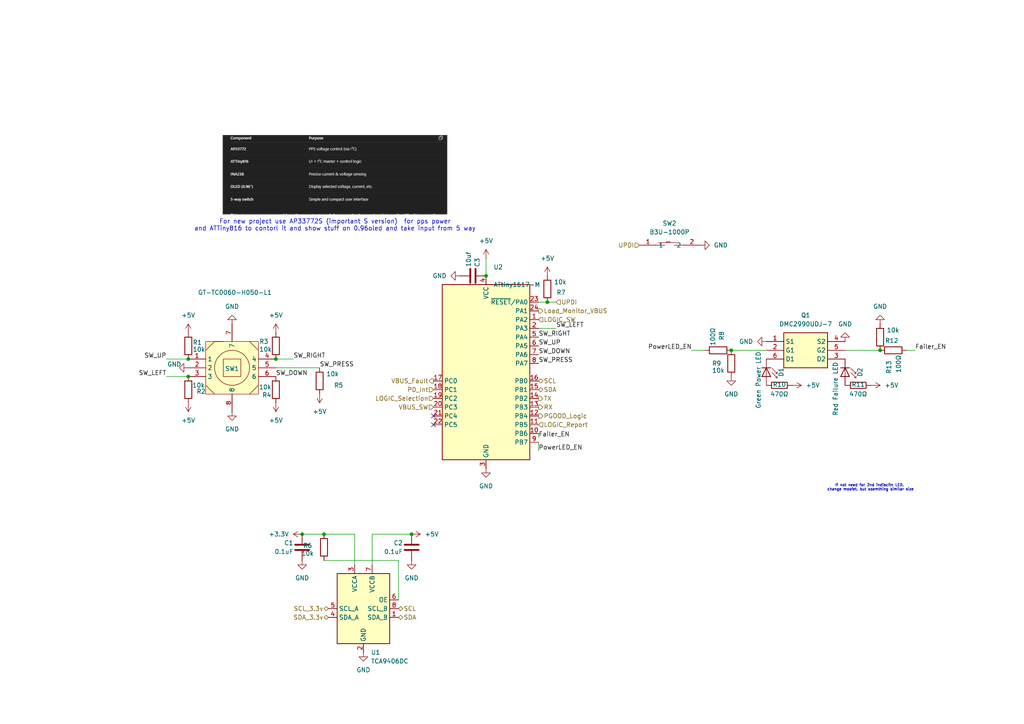
<source format=kicad_sch>
(kicad_sch (version 20250114) (generator "eeschema") (generator_version "9.0")
  (paper "A4")
  (lib_symbols
    (symbol "Custom_Parts:LED" (pin_numbers (hide yes)) (pin_names (offset 1.016) (hide yes))
      (property "Reference" "D" (at 0.508 1.778 0))
      (property "Value" "LED" (at -1.016 -2.794 0))
      (symbol "LED_0_1"
        (polyline (pts (xy -2.54 1.27) (xy -2.54 -1.27)) (stroke (width 0.254)))
        (polyline (pts (xy -2.413 1.651) (xy -0.889 3.175) (xy -0.889 2.667) (xy -0.889 3.175) (xy -1.397 3.175)))
        (polyline (pts (xy -1.143 1.651) (xy 0.381 3.175) (xy 0.381 2.667)))
        (polyline (pts (xy 0 0) (xy -2.54 0)))
        (polyline (pts (xy 0 -1.27) (xy -2.54 0) (xy 0 1.27) (xy 0 -1.27)) (stroke (width 0.254)))
        (polyline (pts (xy 0.381 3.175) (xy -0.127 3.175)))
      )
      (symbol "LED_1_1"
        (pin passive line (at -5.08 0 0) (length 2.54) (name "K") (number "1"))
        (pin passive line (at 2.54 0 180) (length 2.54) (name "A") (number "2"))
      )
    )
    (symbol "DMC2990UDJ-7:DMC2990UDJ-7"
      (property "Reference" "Q" (at 19.05 7.62 0))
      (property "Value" "DMC2990UDJ-7" (at 19.05 5.08 0))
      (symbol "DMC2990UDJ-7_1_1"
        (rectangle (start 5.08 2.54) (end 17.78 -7.62) (stroke (width 0.254)) (fill (type background)))
        (pin passive line (at 0 0 0) (length 5.08) (name "S1") (number "1"))
        (pin passive line (at 0 -2.54 0) (length 5.08) (name "G1") (number "2"))
        (pin passive line (at 0 -5.08 0) (length 5.08) (name "D1") (number "6"))
        (pin passive line (at 22.86 0 180) (length 5.08) (name "S2") (number "4"))
        (pin passive line (at 22.86 -2.54 180) (length 5.08) (name "G2") (number "5"))
        (pin passive line (at 22.86 -5.08 180) (length 5.08) (name "D2") (number "3"))
      )
    )
    (symbol "Device:C" (pin_numbers (hide yes)) (pin_names (offset 0.254))
      (property "Reference" "C" (at 0.635 2.54 0))
      (property "Value" "C" (at 0.635 -2.54 0))
      (symbol "C_0_1"
        (polyline (pts (xy -2.032 0.762) (xy 2.032 0.762)) (stroke (width 0.508)))
        (polyline (pts (xy -2.032 -0.762) (xy 2.032 -0.762)) (stroke (width 0.508)))
      )
      (symbol "C_1_1"
        (pin passive line (at 0 3.81 270) (length 2.794) (name "~") (number "1"))
        (pin passive line (at 0 -3.81 90) (length 2.794) (name "~") (number "2"))
      )
    )
    (symbol "Device:R" (pin_numbers (hide yes)) (pin_names (offset 0))
      (property "Reference" "R" (at 2.032 0 90))
      (property "Value" "R" (at 0 0 90))
      (symbol "R_0_1"
        (rectangle (start -1.016 -2.54) (end 1.016 2.54) (stroke (width 0.254)))
      )
      (symbol "R_1_1"
        (pin passive line (at 0 3.81 270) (length 1.27) (name "~") (number "1"))
        (pin passive line (at 0 -3.81 90) (length 1.27) (name "~") (number "2"))
      )
    )
    (symbol "Interface:TCA9406DC"
      (property "Reference" "U" (at -7.62 11.43 0))
      (property "Value" "TCA9406DC" (at 5.08 11.43 0))
      (symbol "TCA9406DC_0_1"
        (rectangle (start -7.62 10.16) (end 7.62 -10.16) (stroke (width 0.254)) (fill (type background)))
      )
      (symbol "TCA9406DC_1_1"
        (pin bidirectional line (at -10.16 0 0) (length 2.54) (name "SCL_A") (number "5"))
        (pin bidirectional line (at -10.16 -2.54 0) (length 2.54) (name "SDA_A") (number "4"))
        (pin power_in line (at -2.54 12.7 270) (length 2.54) (name "VCCA") (number "3"))
        (pin power_in line (at 0 -12.7 90) (length 2.54) (name "GND") (number "2"))
        (pin power_in line (at 2.54 12.7 270) (length 2.54) (name "VCCB") (number "7"))
        (pin input line (at 10.16 2.54 180) (length 2.54) (name "OE") (number "6"))
        (pin bidirectional line (at 10.16 0 180) (length 2.54) (name "SCL_B") (number "8"))
        (pin bidirectional line (at 10.16 -2.54 180) (length 2.54) (name "SDA_B") (number "1"))
      )
    )
    (symbol "MCU_Microchip_ATtiny:ATtiny1617-M"
      (property "Reference" "U" (at -12.7 26.67 0))
      (property "Value" "ATtiny1617-M" (at 2.54 -26.67 0))
      (symbol "ATtiny1617-M_0_1"
        (rectangle (start -12.7 -25.4) (end 12.7 25.4) (stroke (width 0.254)) (fill (type background)))
      )
      (symbol "ATtiny1617-M_1_1"
        (pin bidirectional line (at -15.24 -2.54 0) (length 2.54) (name "PC0") (number "17"))
        (pin bidirectional line (at -15.24 -5.08 0) (length 2.54) (name "PC1") (number "18"))
        (pin bidirectional line (at -15.24 -7.62 0) (length 2.54) (name "PC2") (number "19"))
        (pin bidirectional line (at -15.24 -10.16 0) (length 2.54) (name "PC3") (number "20"))
        (pin bidirectional line (at -15.24 -12.7 0) (length 2.54) (name "PC4") (number "21"))
        (pin bidirectional line (at -15.24 -15.24 0) (length 2.54) (name "PC5") (number "22"))
        (pin power_in line (at 0 27.94 270) (length 2.54) (name "VCC") (number "4"))
        (pin passive line (at 0 -27.94 90) (length 2.54) (hide yes) (name "GND") (number "25"))
        (pin power_in line (at 0 -27.94 90) (length 2.54) (name "GND") (number "3"))
        (pin bidirectional line (at 15.24 20.32 180) (length 2.54) (name "~{RESET}/PA0") (number "23"))
        (pin bidirectional line (at 15.24 17.78 180) (length 2.54) (name "PA1") (number "24"))
        (pin bidirectional line (at 15.24 15.24 180) (length 2.54) (name "PA2") (number "1"))
        (pin bidirectional line (at 15.24 12.7 180) (length 2.54) (name "PA3") (number "2"))
        (pin bidirectional line (at 15.24 10.16 180) (length 2.54) (name "PA4") (number "5"))
        (pin bidirectional line (at 15.24 7.62 180) (length 2.54) (name "PA5") (number "6"))
        (pin bidirectional line (at 15.24 5.08 180) (length 2.54) (name "PA6") (number "7"))
        (pin bidirectional line (at 15.24 2.54 180) (length 2.54) (name "PA7") (number "8"))
        (pin bidirectional line (at 15.24 -2.54 180) (length 2.54) (name "PB0") (number "16"))
        (pin bidirectional line (at 15.24 -5.08 180) (length 2.54) (name "PB1") (number "15"))
        (pin bidirectional line (at 15.24 -7.62 180) (length 2.54) (name "PB2") (number "14"))
        (pin bidirectional line (at 15.24 -10.16 180) (length 2.54) (name "PB3") (number "13"))
        (pin bidirectional line (at 15.24 -12.7 180) (length 2.54) (name "PB4") (number "12"))
        (pin bidirectional line (at 15.24 -15.24 180) (length 2.54) (name "PB5") (number "11"))
        (pin bidirectional line (at 15.24 -17.78 180) (length 2.54) (name "PB6") (number "10"))
        (pin bidirectional line (at 15.24 -20.32 180) (length 2.54) (name "PB7") (number "9"))
      )
    )
    (symbol "PCM_SL_Resistors:1k"
      (property "Reference" "R" (at 0 5.08 0))
      (property "Value" "1k" (at 0 2.54 0))
      (symbol "1k_0_1"
        (rectangle (start -2.286 0.889) (end 2.286 -0.889) (stroke (width 0.24)))
      )
      (symbol "1k_1_1"
        (pin passive line (at -3.81 0 0) (length 1.5) (name "") (number "1"))
        (pin passive line (at 3.81 0 180) (length 1.5) (name "~") (number "2"))
      )
    )
    (symbol "SMD_Swtich:B3U-1000P"
      (property "Reference" "SW" (at 0 5.08 0))
      (property "Value" "B3U-1000P" (at 0 -5.08 0))
      (symbol "B3U-1000P_0_1"
        (polyline (pts (xy -5.84 0) (xy -2.79 0)))
        (polyline (pts (xy -4.57 0.76) (xy 0.76 0.76)))
        (polyline (pts (xy -2.29 0.76) (xy -2.29 1.02) (xy -1.27 1.02) (xy -1.27 0.76)))
        (polyline (pts (xy 0 0) (xy 3.05 0)))
        (pin unspecified line (at -10.16 0 0) (length 5.08) (name "1") (number "1"))
        (pin unspecified line (at 7.62 0 180) (length 5.08) (name "2") (number "2"))
      )
    )
    (symbol "easyeda2kicad:GT-TC0060-H050-L1"
      (property "Reference" "SW" (at 0 17.78 0))
      (property "Value" "GT-TC0060-H050-L1" (at 0 -17.78 0))
      (symbol "GT-TC0060-H050-L1_0_1"
        (rectangle (start -7.62 7.62) (end 7.62 -7.62) (fill (type background)))
        (polyline (pts (xy -7.62 5.08) (xy -5.08 7.62) (xy -2.54 7.62)))
        (polyline (pts (xy -7.62 -5.08) (xy -5.08 -7.62)))
        (rectangle (start -2.54 2.54) (end 2.54 -2.54) (fill (type background)))
        (circle (center 0 0) (radius 5.08))
        (polyline (pts (xy 5.08 7.62) (xy 7.62 5.08)))
        (polyline (pts (xy 5.08 -7.62) (xy 7.62 -5.08)))
        (pin unspecified line (at -12.7 2.54 0) (length 5.08) (name "1") (number "1"))
        (pin unspecified line (at -12.7 0 0) (length 5.08) (name "2") (number "2"))
        (pin unspecified line (at -12.7 -2.54 0) (length 5.08) (name "3") (number "3"))
        (pin unspecified line (at 0 12.7 270) (length 5.08) (name "7") (number "7"))
        (pin unspecified line (at 0 -12.7 90) (length 5.08) (name "8") (number "8"))
        (pin unspecified line (at 12.7 2.54 180) (length 5.08) (name "4") (number "4"))
        (pin unspecified line (at 12.7 0 180) (length 5.08) (name "5") (number "5"))
        (pin unspecified line (at 12.7 -2.54 180) (length 5.08) (name "6") (number "6"))
      )
    )
    (symbol "power:+3.3V" (power) (pin_numbers (hide yes)) (pin_names (offset 0) (hide yes))
      (property "Value" "+3.3V" (at 0 3.556 0))
      (symbol "+3.3V_0_1"
        (polyline (pts (xy -0.762 1.27) (xy 0 2.54)))
        (polyline (pts (xy 0 2.54) (xy 0.762 1.27)))
        (polyline (pts (xy 0 0) (xy 0 2.54)))
      )
      (symbol "+3.3V_1_1"
        (pin power_in line (at 0 0 90) (length 0) (name "~") (number "1"))
      )
    )
    (symbol "power:+5V" (power) (pin_numbers (hide yes)) (pin_names (offset 0) (hide yes))
      (property "Value" "+5V" (at 0 3.556 0))
      (symbol "+5V_0_1"
        (polyline (pts (xy -0.762 1.27) (xy 0 2.54)))
        (polyline (pts (xy 0 2.54) (xy 0.762 1.27)))
        (polyline (pts (xy 0 0) (xy 0 2.54)))
      )
      (symbol "+5V_1_1"
        (pin power_in line (at 0 0 90) (length 0) (name "~") (number "1"))
      )
    )
    (symbol "power:GND" (power) (pin_numbers (hide yes)) (pin_names (offset 0) (hide yes))
      (property "Value" "GND" (at 0 -3.81 0))
      (symbol "GND_0_1"
        (polyline (pts (xy 0 0) (xy 0 -1.27) (xy 1.27 -1.27) (xy 0 -2.54) (xy -1.27 -1.27) (xy 0 -1.27)))
      )
      (symbol "GND_1_1"
        (pin power_in line (at 0 0 270) (length 0) (name "~") (number "1"))
      )
    )
  )
  (text "For new project use AP33772S (important S version)  for pps power\nand ATTiny816 to contorl it and show stuff on 0.96oled and take input from 5 way\n" (at 97.155 65.405 0) (effects (font (size 1.27 1.27))))
  (text "If not need for 2nd indiacitn LED, \nchange mosfet, but soemthing similar size" (at 252.476 141.478 0) (effects (font (size 0.762 0.762))))
  (junction (at 158.75 87.63))
  (junction (at 87.63 154.94))
  (junction (at 140.97 80.01))
  (junction (at 54.61 109.22))
  (junction (at 93.98 154.94))
  (junction (at 80.01 104.14))
  (junction (at 54.61 104.14))
  (junction (at 255.27 101.6))
  (junction (at 212.09 101.6))
  (junction (at 119.38 154.94))
  (no_connect (at 125.73 123.19))
  (no_connect (at 125.73 120.65))
  (wire (pts (xy 48.26 109.22) (xy 54.61 109.22)))
  (wire (pts (xy 87.63 154.94) (xy 93.98 154.94)))
  (wire (pts (xy 140.97 74.93) (xy 140.97 80.01)))
  (wire (pts (xy 93.98 162.56) (xy 115.57 162.56)))
  (wire (pts (xy 255.27 101.6) (xy 245.11 101.6)))
  (wire (pts (xy 262.89 101.6) (xy 265.43 101.6)))
  (wire (pts (xy 102.87 163.83) (xy 102.87 154.94)))
  (wire (pts (xy 161.29 95.25) (xy 156.21 95.25)))
  (wire (pts (xy 115.57 162.56) (xy 115.57 173.99)))
  (wire (pts (xy 200.66 101.6) (xy 204.47 101.6)))
  (wire (pts (xy 80.01 104.14) (xy 85.09 104.14)))
  (wire (pts (xy 158.75 87.63) (xy 161.29 87.63)))
  (wire (pts (xy 107.95 163.83) (xy 107.95 154.94)))
  (wire (pts (xy 107.95 154.94) (xy 119.38 154.94)))
  (wire (pts (xy 48.26 104.14) (xy 54.61 104.14)))
  (wire (pts (xy 156.21 87.63) (xy 158.75 87.63)))
  (wire (pts (xy 212.09 101.6) (xy 222.25 101.6)))
  (wire (pts (xy 156.21 127) (xy 156.21 125.73)))
  (wire (pts (xy 80.01 106.68) (xy 92.71 106.68)))
  (wire (pts (xy 93.98 154.94) (xy 102.87 154.94)))
  (wire (pts (xy 156.21 130.81) (xy 156.21 128.27)))
  (image (at 97.155 50.673) (scale 0.333779))
  (label "SW_DOWN" (at 156.21 102.87 0))
  (label "PowerLED_EN" (at 156.21 130.81 0))
  (label "Failer_EN" (at 265.43 101.6 0))
  (label "SW_PRESS" (at 92.71 106.68 0))
  (label "SW_PRESS" (at 156.21 105.41 0))
  (label "SW_LEFT" (at 48.26 109.22 180))
  (label "PowerLED_EN" (at 200.66 101.6 180))
  (label "SW_RIGHT" (at 156.21 97.79 0))
  (label "Failer_EN" (at 156.21 127 0))
  (label "SW_DOWN" (at 80.01 109.22 0))
  (label "SW_UP" (at 48.26 104.14 180))
  (label "SW_UP" (at 156.21 100.33 0))
  (label "SW_RIGHT" (at 85.09 104.14 0))
  (label "SW_LEFT" (at 161.29 95.25 0))
  (hierarchical_label "LOGIC_Selection" (shape input) (at 125.73 115.57 180))
  (hierarchical_label "PGOOD_Logic" (shape output) (at 156.21 120.65 0))
  (hierarchical_label "SDA" (shape bidirectional) (at 156.21 113.03 0))
  (hierarchical_label "SDA" (shape bidirectional) (at 115.57 179.07 0))
  (hierarchical_label "UPDI" (shape input) (at 185.42 71.12 180))
  (hierarchical_label "VBUS_SW" (shape input) (at 125.73 118.11 180))
  (hierarchical_label "SCL" (shape bidirectional) (at 115.57 176.53 0))
  (hierarchical_label "RX" (shape output) (at 156.21 118.11 0))
  (hierarchical_label "Load_Monitor_VBUS" (shape output) (at 156.21 90.17 0))
  (hierarchical_label "LOGIC_Report" (shape input) (at 156.21 123.19 0))
  (hierarchical_label "VBUS_Fault" (shape output) (at 125.73 110.49 180))
  (hierarchical_label "SCL_3.3v" (shape bidirectional) (at 95.25 176.53 180))
  (hierarchical_label "PD_Int" (shape input) (at 125.73 113.03 180))
  (hierarchical_label "SCL" (shape bidirectional) (at 156.21 110.49 0))
  (hierarchical_label "TX" (shape output) (at 156.21 115.57 0))
  (hierarchical_label "LOGIC_SW" (shape input) (at 156.21 92.71 0))
  (hierarchical_label "SDA_3.3v" (shape bidirectional) (at 95.25 179.07 180))
  (hierarchical_label "UPDI" (shape input) (at 161.29 87.63 0))
  (symbol (lib_id "power:+5V") (at 229.87 111.76 270) (unit 1)
    (property "Reference" "#PWR021" (effects (hide yes)))
    (property "Value" "+5V" (at 233.68 111.7599 90) (effects (justify left)))
    (property "Description" "Power symbol creates a global label with name \"+5V\"" (effects (hide yes)))
  )
  (symbol (lib_id "power:+5V") (at 158.75 80.01 0) (unit 1)
    (property "Reference" "#PWR017" (effects (hide yes)))
    (property "Value" "+5V" (at 158.75 74.93 0))
    (property "Description" "Power symbol creates a global label with name \"+5V\"" (effects (hide yes)))
  )
  (symbol (lib_id "Device:C") (at 87.63 158.75 0) (mirror y) (unit 1)
    (property "Reference" "C1" (at 85.09 157.48 0) (effects (justify left)))
    (property "Value" "0.1uF" (at 85.09 160.02 0) (effects (justify left)))
    (property "Footprint" "Capacitor_SMD:C_0402_1005Metric" (effects (hide yes)))
    (property "LCSC" "C1525" (effects (hide yes)))
  )
  (symbol (lib_id "PCM_SL_Resistors:1k") (at 226.06 111.76 0) (unit 1)
    (property "Reference" "R10" (at 226.06 111.506 0))
    (property "Value" "470Ω" (at 226.06 114.3 0))
    (property "Footprint" "Resistor_SMD:R_0402_1005Metric_Pad0.72x0.64mm_HandSolder" (effects (hide yes)))
    (property "Description" "1kΩ, 1/4W Resistor" (effects (hide yes)))
  )
  (symbol (lib_id "power:+5V") (at 54.61 96.52 0) (unit 1)
    (property "Reference" "#PWR01" (effects (hide yes)))
    (property "Value" "+5V" (at 54.61 91.44 0))
    (property "Description" "Power symbol creates a global label with name \"+5V\"" (effects (hide yes)))
  )
  (symbol (lib_id "DMC2990UDJ-7:DMC2990UDJ-7") (at 222.25 99.06 0) (unit 1)
    (property "Reference" "Q1" (at 233.68 91.44 0))
    (property "Value" "DMC2990UDJ-7" (at 233.68 93.98 0))
    (property "Footprint" "DMC2990UDJ:SOTFL35P100X50-6N" (effects (hide yes)))
    (property "Datasheet" "https://www.diodes.com//assets/Datasheets/DMC2990UDJ.pdf" (effects (hide yes)))
    (property "Description" "Complem. Pair Enhancement MOSFET SOT-963" (effects (hide yes)))
    (property "Height" "0.5" (effects (hide yes)))
    (property "Manufacturer_Name" "Diodes Incorporated" (effects (hide yes)))
    (property "Manufacturer_Part_Number" "DMC2990UDJ-7" (effects (hide yes)))
    (property "Mouser Part Number" "621-DMC2990UDJ-7" (effects (hide yes)))
    (property "Mouser Price/Stock" "https://www.mouser.co.uk/ProductDetail/Diodes-Incorporated/DMC2990UDJ-7?qs=T%2FOtf55vL7d00qRGlt4Fcw%3D%3D" (effects (hide yes)))
    (property "Arrow Part Number" "DMC2990UDJ-7" (effects (hide yes)))
    (property "Arrow Price/Stock" "https://www.arrow.com/en/products/dmc2990udj-7/diodes-incorporated?utm_currency=USD&region=nac" (effects (hide yes)))
  )
  (symbol (lib_id "power:GND") (at 245.11 99.06 180) (unit 1)
    (property "Reference" "#PWR022" (effects (hide yes)))
    (property "Value" "GND" (at 245.11 93.98 0))
    (property "Description" "Power symbol creates a global label with name \"GND\" , ground" (effects (hide yes)))
  )
  (symbol (lib_id "power:+5V") (at 80.01 96.52 0) (unit 1)
    (property "Reference" "#PWR06" (effects (hide yes)))
    (property "Value" "+5V" (at 80.01 91.44 0))
    (property "Description" "Power symbol creates a global label with name \"+5V\"" (effects (hide yes)))
  )
  (symbol (lib_id "Device:C") (at 137.16 80.01 270) (mirror x) (unit 1)
    (property "Reference" "C3" (at 138.43 77.47 0) (effects (justify left)))
    (property "Value" "10uf" (at 135.89 77.47 0) (effects (justify left)))
    (property "Footprint" "Capacitor_SMD:C_0603_1608Metric" (effects (hide yes)))
    (property "LCSC" "C15849" (effects (hide yes)))
  )
  (symbol (lib_id "Device:R") (at 93.98 158.75 0) (unit 1)
    (property "Reference" "R6" (at 87.884 158.242 0) (effects (justify left)))
    (property "Value" "10k" (at 87.376 160.528 0) (effects (justify left)))
    (property "Footprint" "Resistor_SMD:R_0402_1005Metric" (effects (hide yes)))
    (property "Description" "Resistor" (effects (hide yes)))
    (property "LCSC" "C25744" (effects (hide yes)))
  )
  (symbol (lib_id "Custom_Parts:LED") (at 222.25 109.22 270) (unit 1)
    (property "Reference" "D1" (at 226.568 107.95 0))
    (property "Value" "Green Power LED" (at 219.964 110.236 0))
    (property "Footprint" "LED_SMD:LED_0603_1608Metric_Pad1.05x0.95mm_HandSolder" (effects (hide yes)))
    (property "Datasheet" "http://www.alliedelec.com/m/d/40788c34903a719969df15f1fbea1056.pdf" (effects (hide yes)))
    (property "Description" "940nm IR-LED, 5mm" (effects (hide yes)))
  )
  (symbol (lib_id "power:GND") (at 105.41 189.23 0) (unit 1)
    (property "Reference" "#PWR011" (effects (hide yes)))
    (property "Value" "GND" (at 105.41 194.31 0))
    (property "Description" "Power symbol creates a global label with name \"GND\" , ground" (effects (hide yes)))
  )
  (symbol (lib_id "power:GND") (at 67.31 93.98 180) (unit 1)
    (property "Reference" "#PWR04" (effects (hide yes)))
    (property "Value" "GND" (at 67.31 88.9 0))
    (property "Description" "Power symbol creates a global label with name \"GND\" , ground" (effects (hide yes)))
  )
  (symbol (lib_id "Device:R") (at 259.08 101.6 90) (unit 1)
    (property "Reference" "R13" (at 257.81 108.458 0) (effects (justify left)))
    (property "Value" "100Ω" (at 260.604 108.204 0) (effects (justify left)))
    (property "Footprint" "Resistor_SMD:R_0402_1005Metric" (effects (hide yes)))
    (property "Description" "Resistor" (effects (hide yes)))
    (property "LCSC" "C25744" (effects (hide yes)))
  )
  (symbol (lib_id "power:+5V") (at 92.71 114.3 180) (unit 1)
    (property "Reference" "#PWR010" (effects (hide yes)))
    (property "Value" "+5V" (at 92.71 119.38 0))
    (property "Description" "Power symbol creates a global label with name \"+5V\"" (effects (hide yes)))
  )
  (symbol (lib_id "Device:R") (at 92.71 110.49 180) (unit 1)
    (property "Reference" "R5" (at 99.568 111.76 0) (effects (justify left)))
    (property "Value" "10k" (at 98.298 108.458 0) (effects (justify left)))
    (property "Footprint" "Resistor_SMD:R_0402_1005Metric" (effects (hide yes)))
    (property "Description" "Resistor" (effects (hide yes)))
    (property "LCSC" "C25744" (effects (hide yes)))
  )
  (symbol (lib_id "SMD_Swtich:B3U-1000P") (at 195.58 71.12 0) (unit 1)
    (property "Reference" "SW2" (at 194.185 64.77 0))
    (property "Value" "B3U-1000P" (at 194.185 67.31 0))
    (property "Footprint" "Mini_Switch:KEY-SMD_B3U-1000PM" (effects (hide yes)))
    (property "Datasheet" "https://lcsc.com/product-detail/Others_Omron-Electronics_B3U-1000P_Omron-Electronics-B3U-1000P_C231329.html" (effects (hide yes)))
    (property "LCSC Part" "C231329" (effects (hide yes)))
  )
  (symbol (lib_id "power:+5V") (at 119.38 154.94 270) (unit 1)
    (property "Reference" "#PWR012" (effects (hide yes)))
    (property "Value" "+5V" (at 123.19 154.9399 90) (effects (justify left)))
    (property "Description" "Power symbol creates a global label with name \"+5V\"" (effects (hide yes)))
  )
  (symbol (lib_id "Device:R") (at 208.28 101.6 270) (unit 1)
    (property "Reference" "R8" (at 209.296 96.012 0) (effects (justify left)))
    (property "Value" "100Ω" (at 206.756 94.996 0) (effects (justify left)))
    (property "Footprint" "Resistor_SMD:R_0402_1005Metric" (effects (hide yes)))
    (property "Description" "Resistor" (effects (hide yes)))
    (property "LCSC" "C25744" (effects (hide yes)))
  )
  (symbol (lib_id "power:+5V") (at 54.61 116.84 180) (unit 1)
    (property "Reference" "#PWR03" (effects (hide yes)))
    (property "Value" "+5V" (at 54.61 121.92 0))
    (property "Description" "Power symbol creates a global label with name \"+5V\"" (effects (hide yes)))
  )
  (symbol (lib_id "power:GND") (at 212.09 109.22 0) (unit 1)
    (property "Reference" "#PWR019" (effects (hide yes)))
    (property "Value" "GND" (at 212.09 114.3 0))
    (property "Description" "Power symbol creates a global label with name \"GND\" , ground" (effects (hide yes)))
  )
  (symbol (lib_id "Device:C") (at 119.38 158.75 0) (mirror y) (unit 1)
    (property "Reference" "C2" (at 116.84 157.48 0) (effects (justify left)))
    (property "Value" "0.1uF" (at 116.84 160.02 0) (effects (justify left)))
    (property "Footprint" "Capacitor_SMD:C_0402_1005Metric" (effects (hide yes)))
    (property "LCSC" "C1525" (effects (hide yes)))
  )
  (symbol (lib_id "Custom_Parts:LED") (at 245.11 109.22 270) (unit 1)
    (property "Reference" "D2" (at 249.428 107.95 0))
    (property "Value" "Red Failure LED" (at 242.316 112.776 0))
    (property "Footprint" "LED_SMD:LED_0603_1608Metric_Pad1.05x0.95mm_HandSolder" (effects (hide yes)))
    (property "Datasheet" "http://www.alliedelec.com/m/d/40788c34903a719969df15f1fbea1056.pdf" (effects (hide yes)))
    (property "Description" "940nm IR-LED, 5mm" (effects (hide yes)))
  )
  (symbol (lib_id "easyeda2kicad:GT-TC0060-H050-L1") (at 67.31 106.68 0) (unit 1)
    (property "Reference" "SW1" (at 65.278 106.934 0) (effects (justify left)))
    (property "Value" "GT-TC0060-H050-L1" (at 57.404 84.836 0) (effects (justify left)))
    (property "Footprint" "tc006:SW-SMD_GT-TC0060-H050-L1" (effects (hide yes)))
    (property "Description" "5 way swtich SMD" (effects (hide yes)))
    (property "LCSC Part" "C3019726" (effects (hide yes)))
  )
  (symbol (lib_id "Device:R") (at 54.61 100.33 0) (unit 1)
    (property "Reference" "R1" (at 55.88 99.314 0) (effects (justify left)))
    (property "Value" "10k" (at 55.88 101.346 0) (effects (justify left)))
    (property "Footprint" "Resistor_SMD:R_0402_1005Metric" (effects (hide yes)))
    (property "Description" "Resistor" (effects (hide yes)))
    (property "LCSC" "C25744" (effects (hide yes)))
  )
  (symbol (lib_id "Interface:TCA9406DC") (at 105.41 176.53 0) (unit 1)
    (property "Reference" "U1" (at 107.5533 189.23 0) (effects (justify left)))
    (property "Value" "TCA9406DC" (at 107.5533 191.77 0) (effects (justify left)))
    (property "Footprint" "Package_BGA:Texas_DSBGA-8_0.9x1.9mm_Layout2x4_P0.5mm" (effects (hide yes)))
    (property "Datasheet" "www.ti.com/lit/ds/symlink/tca9406.pdf" (effects (hide yes)))
    (property "Description" "2-Bit Bidirectional 1-MHz, I2C Bus and SMBus Voltage-Level Translator With 8-kV HBM ESD" (effects (hide yes)))
  )
  (symbol (lib_id "power:GND") (at 140.97 135.89 0) (unit 1)
    (property "Reference" "#PWR016" (effects (hide yes)))
    (property "Value" "GND" (at 140.97 140.97 0))
    (property "Description" "Power symbol creates a global label with name \"GND\" , ground" (effects (hide yes)))
  )
  (symbol (lib_id "power:GND") (at 222.25 99.06 270) (unit 1)
    (property "Reference" "#PWR020" (effects (hide yes)))
    (property "Value" "GND" (at 218.44 99.0599 90) (effects (justify right)))
    (property "Description" "Power symbol creates a global label with name \"GND\" , ground" (effects (hide yes)))
  )
  (symbol (lib_id "Device:R") (at 80.01 113.03 180) (unit 1)
    (property "Reference" "R4" (at 78.74 114.554 0) (effects (justify left)))
    (property "Value" "10k" (at 78.74 112.268 0) (effects (justify left)))
    (property "Footprint" "Resistor_SMD:R_0402_1005Metric" (effects (hide yes)))
    (property "Description" "Resistor" (effects (hide yes)))
    (property "LCSC" "C25744" (effects (hide yes)))
  )
  (symbol (lib_id "power:GND") (at 67.31 119.38 0) (unit 1)
    (property "Reference" "#PWR05" (effects (hide yes)))
    (property "Value" "GND" (at 67.31 124.46 0))
    (property "Description" "Power symbol creates a global label with name \"GND\" , ground" (effects (hide yes)))
  )
  (symbol (lib_id "power:+5V") (at 140.97 74.93 0) (unit 1)
    (property "Reference" "#PWR015" (effects (hide yes)))
    (property "Value" "+5V" (at 140.97 69.85 0))
    (property "Description" "Power symbol creates a global label with name \"+5V\"" (effects (hide yes)))
  )
  (symbol (lib_id "Device:R") (at 158.75 83.82 180) (unit 1)
    (property "Reference" "R7" (at 164.084 84.836 0) (effects (justify left)))
    (property "Value" "10k" (at 164.338 81.788 0) (effects (justify left)))
    (property "Footprint" "Resistor_SMD:R_0402_1005Metric" (effects (hide yes)))
    (property "Description" "Resistor" (effects (hide yes)))
    (property "LCSC" "C25744" (effects (hide yes)))
  )
  (symbol (lib_id "power:GND") (at 87.63 162.56 0) (unit 1)
    (property "Reference" "#PWR09" (effects (hide yes)))
    (property "Value" "GND" (at 87.63 167.64 0))
    (property "Description" "Power symbol creates a global label with name \"GND\" , ground" (effects (hide yes)))
  )
  (symbol (lib_id "power:+3.3V") (at 87.63 154.94 90) (unit 1)
    (property "Reference" "#PWR08" (effects (hide yes)))
    (property "Value" "+3.3V" (at 83.82 154.9399 90) (effects (justify left)))
    (property "Description" "Power symbol creates a global label with name \"+3.3V\"" (effects (hide yes)))
  )
  (symbol (lib_id "Device:R") (at 54.61 113.03 180) (unit 1)
    (property "Reference" "R2" (at 59.69 113.538 0) (effects (justify left)))
    (property "Value" "10k" (at 59.436 111.76 0) (effects (justify left)))
    (property "Footprint" "Resistor_SMD:R_0402_1005Metric" (effects (hide yes)))
    (property "Description" "Resistor" (effects (hide yes)))
    (property "LCSC" "C25744" (effects (hide yes)))
  )
  (symbol (lib_id "power:+5V") (at 252.73 111.76 270) (unit 1)
    (property "Reference" "#PWR023" (effects (hide yes)))
    (property "Value" "+5V" (at 256.54 111.7599 90) (effects (justify left)))
    (property "Description" "Power symbol creates a global label with name \"+5V\"" (effects (hide yes)))
  )
  (symbol (lib_id "Device:R") (at 255.27 97.79 180) (unit 1)
    (property "Reference" "R12" (at 260.604 98.806 0) (effects (justify left)))
    (property "Value" "10k" (at 260.858 95.758 0) (effects (justify left)))
    (property "Footprint" "Resistor_SMD:R_0402_1005Metric" (effects (hide yes)))
    (property "Description" "Resistor" (effects (hide yes)))
    (property "LCSC" "C25744" (effects (hide yes)))
  )
  (symbol (lib_id "PCM_SL_Resistors:1k") (at 248.92 111.76 0) (unit 1)
    (property "Reference" "R11" (at 248.92 111.506 0))
    (property "Value" "470Ω" (at 248.92 114.3 0))
    (property "Footprint" "Resistor_SMD:R_0402_1005Metric_Pad0.72x0.64mm_HandSolder" (effects (hide yes)))
    (property "Description" "1kΩ, 1/4W Resistor" (effects (hide yes)))
  )
  (symbol (lib_id "Device:R") (at 80.01 100.33 0) (unit 1)
    (property "Reference" "R3" (at 75.184 99.06 0) (effects (justify left)))
    (property "Value" "10k" (at 75.184 101.346 0) (effects (justify left)))
    (property "Footprint" "Resistor_SMD:R_0402_1005Metric" (effects (hide yes)))
    (property "Description" "Resistor" (effects (hide yes)))
    (property "LCSC" "C25744" (effects (hide yes)))
  )
  (symbol (lib_id "MCU_Microchip_ATtiny:ATtiny1617-M") (at 140.97 107.95 0) (unit 1)
    (property "Reference" "U2" (at 143.1133 77.47 0) (effects (justify left)))
    (property "Value" "ATtiny1617-M" (at 143.1133 82.55 0) (effects (justify left)))
    (property "Footprint" "Package_DFN_QFN:QFN-24-1EP_4x4mm_P0.5mm_EP2.6x2.6mm" (effects (hide yes)))
    (property "Datasheet" "http://ww1.microchip.com/downloads/en/DeviceDoc/ATtiny3217_1617-Data-Sheet-40001999B.pdf" (effects (hide yes)))
    (property "Description" "20MHz, 16kB Flash, 2kB SRAM, 256B EEPROM, VQFN-24" (effects (hide yes)))
  )
  (symbol (lib_id "power:GND") (at 54.61 106.68 270) (unit 1)
    (property "Reference" "#PWR02" (effects (hide yes)))
    (property "Value" "GND" (at 52.578 105.664 90) (effects (justify right)))
    (property "Description" "Power symbol creates a global label with name \"GND\" , ground" (effects (hide yes)))
  )
  (symbol (lib_id "power:+5V") (at 80.01 116.84 180) (unit 1)
    (property "Reference" "#PWR07" (effects (hide yes)))
    (property "Value" "+5V" (at 80.01 121.92 0))
    (property "Description" "Power symbol creates a global label with name \"+5V\"" (effects (hide yes)))
  )
  (symbol (lib_id "power:GND") (at 119.38 162.56 0) (unit 1)
    (property "Reference" "#PWR013" (effects (hide yes)))
    (property "Value" "GND" (at 119.38 167.64 0))
    (property "Description" "Power symbol creates a global label with name \"GND\" , ground" (effects (hide yes)))
  )
  (symbol (lib_id "power:GND") (at 203.2 71.12 90) (unit 1)
    (property "Reference" "#PWR018" (effects (hide yes)))
    (property "Value" "GND" (at 207.01 71.1199 90) (effects (justify right)))
    (property "Description" "Power symbol creates a global label with name \"GND\" , ground" (effects (hide yes)))
  )
  (symbol (lib_id "power:GND") (at 255.27 93.98 180) (unit 1)
    (property "Reference" "#PWR024" (effects (hide yes)))
    (property "Value" "GND" (at 255.27 88.9 0))
    (property "Description" "Power symbol creates a global label with name \"GND\" , ground" (effects (hide yes)))
  )
  (symbol (lib_id "Device:R") (at 212.09 105.41 0) (unit 1)
    (property "Reference" "R9" (at 206.502 105.41 0) (effects (justify left)))
    (property "Value" "10k" (at 206.502 107.442 0) (effects (justify left)))
    (property "Footprint" "Resistor_SMD:R_0402_1005Metric" (effects (hide yes)))
    (property "Description" "Resistor" (effects (hide yes)))
    (property "LCSC" "C25744" (effects (hide yes)))
  )
  (symbol (lib_id "power:GND") (at 133.35 80.01 270) (unit 1)
    (property "Reference" "#PWR014" (effects (hide yes)))
    (property "Value" "GND" (at 129.54 80.0099 90) (effects (justify right)))
    (property "Description" "Power symbol creates a global label with name \"GND\" , ground" (effects (hide yes)))
  )
)
</source>
